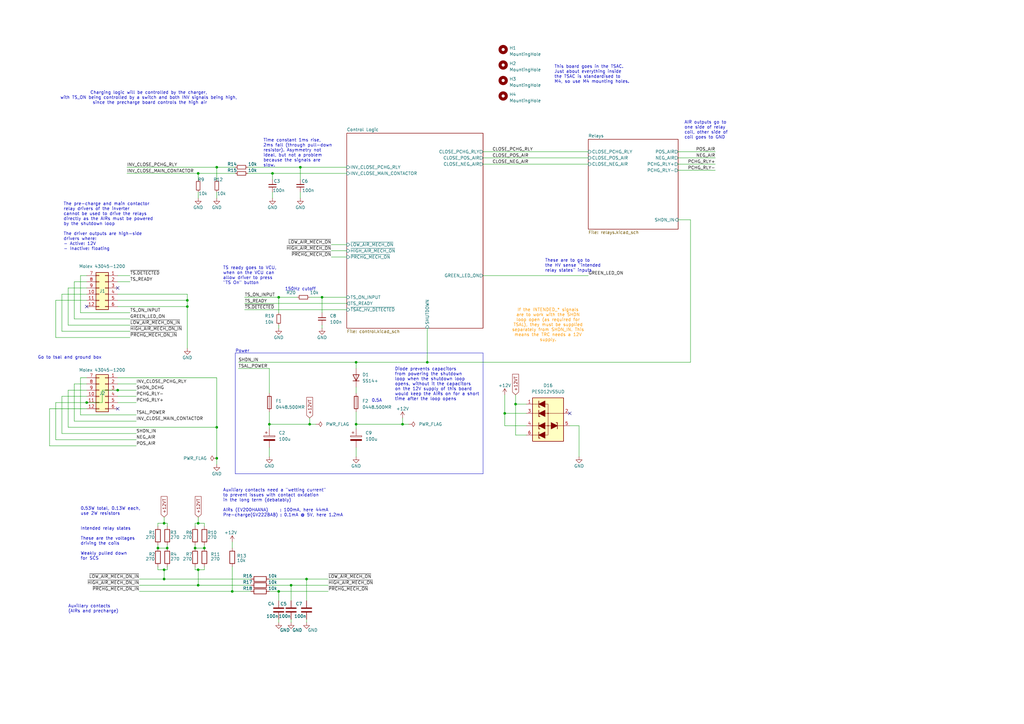
<source format=kicad_sch>
(kicad_sch (version 20231120) (generator "eeschema") (generator_version "8.0")
  (paper "A3")
  (title_block (title "TSAC Relay Controller") (date "2024-01-10") (rev "2.1.0") (company "SUFST - Southampton University Formula Student Team") (comment 1 "STAG X") (comment 2 "Tim Brewis, Joe Pater"))
  (lib_symbols
    (symbol "Connector_Generic:Conn_02x06_Top_Bottom" (pin_names (offset 1.016) hide)
      (property "Reference" "J" (at 1.27 7.62 0))
      (property "Value" "Conn_02x06_Top_Bottom" (at 1.27 -10.16 0))
      (symbol "Conn_02x06_Top_Bottom_1_1"
        (rectangle (start -1.27 -7.493) (end 0 -7.747) (stroke (width 0.1524)))
        (rectangle (start -1.27 -4.953) (end 0 -5.207) (stroke (width 0.1524)))
        (rectangle (start -1.27 -2.413) (end 0 -2.667) (stroke (width 0.1524)))
        (rectangle (start -1.27 0.127) (end 0 -0.127) (stroke (width 0.1524)))
        (rectangle (start -1.27 2.667) (end 0 2.413) (stroke (width 0.1524)))
        (rectangle (start -1.27 5.207) (end 0 4.953) (stroke (width 0.1524)))
        (rectangle (start -1.27 6.35) (end 3.81 -8.89) (stroke (width 0.254)) (fill (type background)))
        (rectangle (start 3.81 -7.493) (end 2.54 -7.747) (stroke (width 0.1524)))
        (rectangle (start 3.81 -4.953) (end 2.54 -5.207) (stroke (width 0.1524)))
        (rectangle (start 3.81 -2.413) (end 2.54 -2.667) (stroke (width 0.1524)))
        (rectangle (start 3.81 0.127) (end 2.54 -0.127) (stroke (width 0.1524)))
        (rectangle (start 3.81 2.667) (end 2.54 2.413) (stroke (width 0.1524)))
        (rectangle (start 3.81 5.207) (end 2.54 4.953) (stroke (width 0.1524)))
        (pin passive line (at -5.08 5.08 0) (length 3.81) (name "Pin_1") (number "1"))
        (pin passive line (at 7.62 -2.54 180) (length 3.81) (name "Pin_10") (number "10"))
        (pin passive line (at 7.62 -5.08 180) (length 3.81) (name "Pin_11") (number "11"))
        (pin passive line (at 7.62 -7.62 180) (length 3.81) (name "Pin_12") (number "12"))
        (pin passive line (at -5.08 2.54 0) (length 3.81) (name "Pin_2") (number "2"))
        (pin passive line (at -5.08 0 0) (length 3.81) (name "Pin_3") (number "3"))
        (pin passive line (at -5.08 -2.54 0) (length 3.81) (name "Pin_4") (number "4"))
        (pin passive line (at -5.08 -5.08 0) (length 3.81) (name "Pin_5") (number "5"))
        (pin passive line (at -5.08 -7.62 0) (length 3.81) (name "Pin_6") (number "6"))
        (pin passive line (at 7.62 5.08 180) (length 3.81) (name "Pin_7") (number "7"))
        (pin passive line (at 7.62 2.54 180) (length 3.81) (name "Pin_8") (number "8"))
        (pin passive line (at 7.62 0 180) (length 3.81) (name "Pin_9") (number "9"))
      )
    )
    (symbol "Device:C" (pin_numbers hide) (pin_names (offset 0.254))
      (property "Reference" "C" (at 0.635 2.54 0))
      (property "Value" "C" (at 0.635 -2.54 0))
      (symbol "C_0_1"
        (polyline (pts (xy -2.032 -0.762) (xy 2.032 -0.762)) (stroke (width 0.508)))
        (polyline (pts (xy -2.032 0.762) (xy 2.032 0.762)) (stroke (width 0.508)))
      )
      (symbol "C_1_1"
        (pin passive line (at 0 3.81 270) (length 2.794) (name "~") (number "1"))
        (pin passive line (at 0 -3.81 90) (length 2.794) (name "~") (number "2"))
      )
    )
    (symbol "Device:C_Polarized" (pin_numbers hide) (pin_names (offset 0.254))
      (property "Reference" "C" (at 0.635 2.54 0))
      (property "Value" "C_Polarized" (at 0.635 -2.54 0))
      (symbol "C_Polarized_0_1"
        (rectangle (start -2.286 0.508) (end 2.286 1.016))
        (polyline (pts (xy -1.778 2.286) (xy -0.762 2.286)))
        (polyline (pts (xy -1.27 2.794) (xy -1.27 1.778)))
        (rectangle (start 2.286 -0.508) (end -2.286 -1.016) (fill (type outline)))
      )
      (symbol "C_Polarized_1_1"
        (pin passive line (at 0 3.81 270) (length 2.794) (name "~") (number "1"))
        (pin passive line (at 0 -3.81 90) (length 2.794) (name "~") (number "2"))
      )
    )
    (symbol "Device:C_Small" (pin_numbers hide) (pin_names (offset 0.254) hide)
      (property "Reference" "C" (at 0.254 1.778 0))
      (property "Value" "C_Small" (at 0.254 -2.032 0))
      (symbol "C_Small_0_1"
        (polyline (pts (xy -1.524 -0.508) (xy 1.524 -0.508)) (stroke (width 0.3302)))
        (polyline (pts (xy -1.524 0.508) (xy 1.524 0.508)) (stroke (width 0.3048)))
      )
      (symbol "C_Small_1_1"
        (pin passive line (at 0 2.54 270) (length 2.032) (name "~") (number "1"))
        (pin passive line (at 0 -2.54 90) (length 2.032) (name "~") (number "2"))
      )
    )
    (symbol "Device:D" (pin_numbers hide) (pin_names (offset 1.016) hide)
      (property "Reference" "D" (at 0 2.54 0))
      (property "Value" "D" (at 0 -2.54 0))
      (symbol "D_0_1"
        (polyline (pts (xy -1.27 1.27) (xy -1.27 -1.27)) (stroke (width 0.254)))
        (polyline (pts (xy 1.27 0) (xy -1.27 0)))
        (polyline (pts (xy 1.27 1.27) (xy 1.27 -1.27) (xy -1.27 0) (xy 1.27 1.27)) (stroke (width 0.254)))
      )
      (symbol "D_1_1"
        (pin passive line (at -3.81 0 0) (length 2.54) (name "K") (number "1"))
        (pin passive line (at 3.81 0 180) (length 2.54) (name "A") (number "2"))
      )
    )
    (symbol "Device:Fuse" (pin_numbers hide) (pin_names (offset 0))
      (property "Reference" "F" (at 2.032 0 90))
      (property "Value" "Fuse" (at -1.905 0 90))
      (symbol "Fuse_0_1"
        (rectangle (start -0.762 -2.54) (end 0.762 2.54) (stroke (width 0.254)))
        (polyline (pts (xy 0 2.54) (xy 0 -2.54)))
      )
      (symbol "Fuse_1_1"
        (pin passive line (at 0 3.81 270) (length 1.27) (name "~") (number "1"))
        (pin passive line (at 0 -3.81 90) (length 1.27) (name "~") (number "2"))
      )
    )
    (symbol "Device:R" (pin_numbers hide) (pin_names (offset 0))
      (property "Reference" "R" (at 2.032 0 90))
      (property "Value" "R" (at 0 0 90))
      (symbol "R_0_1"
        (rectangle (start -1.016 -2.54) (end 1.016 2.54) (stroke (width 0.254)))
      )
      (symbol "R_1_1"
        (pin passive line (at 0 3.81 270) (length 1.27) (name "~") (number "1"))
        (pin passive line (at 0 -3.81 90) (length 1.27) (name "~") (number "2"))
      )
    )
    (symbol "Device:R_Small" (pin_numbers hide) (pin_names (offset 0.254) hide)
      (property "Reference" "R" (at 0.762 0.508 0))
      (property "Value" "R_Small" (at 0.762 -1.016 0))
      (symbol "R_Small_0_1"
        (rectangle (start -0.762 1.778) (end 0.762 -1.778) (stroke (width 0.2032)))
      )
      (symbol "R_Small_1_1"
        (pin passive line (at 0 2.54 270) (length 0.762) (name "~") (number "1"))
        (pin passive line (at 0 -2.54 90) (length 0.762) (name "~") (number "2"))
      )
    )
    (symbol "Mechanical:MountingHole" (pin_names (offset 1.016))
      (property "Reference" "H" (at 0 5.08 0))
      (property "Value" "MountingHole" (at 0 3.175 0))
      (symbol "MountingHole_0_1"
        (circle (center 0 0) (radius 1.27) (stroke (width 1.27)))
      )
    )
    (symbol "PCM_Diode_TVS_AKL:PESD12VS4UD" (pin_names (offset 1.016) hide)
      (property "Reference" "D16" (at -13.335 0 90))
      (property "Value" "PESD12VS5UD" (at -10.795 0 90))
      (symbol "PESD12VS4UD_0_1"
        (rectangle (start -8.89 6.35) (end 8.89 -6.35) (stroke (width 0.254)) (fill (type background)))
        (circle (center -2.54 0) (radius 0.1778) (fill (type outline)))
        (polyline (pts (xy -6.35 3.81) (xy -6.35 5.08)))
        (polyline (pts (xy -6.35 5.08) (xy -6.35 6.35)))
        (polyline (pts (xy -2.54 -6.35) (xy -2.54 0)))
        (polyline (pts (xy -2.54 0) (xy -2.54 1.27)))
        (polyline (pts (xy -2.54 3.81) (xy -2.54 5.08)))
        (polyline (pts (xy -2.54 5.08) (xy -2.54 6.35)))
        (polyline (pts (xy 2.54 -5.08) (xy 2.54 -6.35)))
        (polyline (pts (xy 2.54 -3.81) (xy 2.54 -5.08)))
        (polyline (pts (xy 2.54 -1.27) (xy 2.54 0)))
        (polyline (pts (xy 2.54 0) (xy 2.54 1.27)))
        (polyline (pts (xy 2.54 3.81) (xy 2.54 5.08)))
        (polyline (pts (xy 2.54 5.08) (xy 2.54 6.35)))
        (polyline (pts (xy 6.35 3.81) (xy 6.35 5.08)))
        (polyline (pts (xy 6.35 5.08) (xy 6.35 6.35)))
        (polyline (pts (xy 6.35 1.27) (xy 6.35 0) (xy -6.35 0) (xy -6.35 1.27)))
        (circle (center 2.54 0) (radius 0.1778) (fill (type outline)))
      )
      (symbol "PESD12VS4UD_1_1"
        (polyline (pts (xy -7.62 3.81) (xy -5.08 3.81)) (stroke (width 0.254)))
        (polyline (pts (xy -6.35 1.27) (xy -6.35 3.81)))
        (polyline (pts (xy -5.08 3.81) (xy -5.08 3.302)) (stroke (width 0.254)))
        (polyline (pts (xy -3.81 3.81) (xy -1.27 3.81)) (stroke (width 0.254)))
        (polyline (pts (xy -2.54 1.27) (xy -2.54 3.81)))
        (polyline (pts (xy -1.27 3.81) (xy -1.27 3.302)) (stroke (width 0.254)))
        (polyline (pts (xy 1.27 -3.81) (xy 1.27 -3.302)) (stroke (width 0.254)))
        (polyline (pts (xy 1.27 3.81) (xy 3.81 3.81)) (stroke (width 0.254)))
        (polyline (pts (xy 2.54 -1.27) (xy 2.54 -3.81)))
        (polyline (pts (xy 2.54 1.27) (xy 2.54 3.81)))
        (polyline (pts (xy 3.81 -3.81) (xy 1.27 -3.81)) (stroke (width 0.254)))
        (polyline (pts (xy 3.81 3.81) (xy 3.81 3.302)) (stroke (width 0.254)))
        (polyline (pts (xy 5.08 3.81) (xy 7.62 3.81)) (stroke (width 0.254)))
        (polyline (pts (xy 6.35 1.27) (xy 6.35 3.81)))
        (polyline (pts (xy 7.62 3.81) (xy 7.62 3.302)) (stroke (width 0.254)))
        (polyline (pts (xy -5.08 1.27) (xy -7.62 1.27) (xy -6.35 3.81) (xy -5.08 1.27)) (stroke (width 0.254)) (fill (type outline)))
        (polyline (pts (xy -1.27 1.27) (xy -3.81 1.27) (xy -2.54 3.81) (xy -1.27 1.27)) (stroke (width 0.254)) (fill (type outline)))
        (polyline (pts (xy 1.27 -1.27) (xy 3.81 -1.27) (xy 2.54 -3.81) (xy 1.27 -1.27)) (stroke (width 0.254)) (fill (type outline)))
        (polyline (pts (xy 3.81 1.27) (xy 1.27 1.27) (xy 2.54 3.81) (xy 3.81 1.27)) (stroke (width 0.254)) (fill (type outline)))
        (polyline (pts (xy 7.62 1.27) (xy 5.08 1.27) (xy 6.35 3.81) (xy 7.62 1.27)) (stroke (width 0.254)) (fill (type outline)))
        (pin passive line (at -6.35 8.89 270) (length 2.54) (name "L1") (number "1"))
        (pin passive line (at -2.54 -8.89 90) (length 2.54) (name "VN") (number "2"))
        (pin passive line (at -2.54 8.89 270) (length 2.54) (name "L2") (number "3"))
        (pin passive line (at 2.54 8.89 270) (length 2.54) (name "L3") (number "4"))
        (pin passive line (at 2.54 -8.89 90) (length 2.54) (name "VN") (number "5"))
        (pin passive line (at 6.35 8.89 270) (length 2.54) (name "L4") (number "6"))
      )
    )
    (symbol "power:+12V" (power) (pin_names (offset 0))
      (property "Value" "+12V" (at 0 3.556 0))
      (symbol "+12V_0_1"
        (polyline (pts (xy -0.762 1.27) (xy 0 2.54)))
        (polyline (pts (xy 0 0) (xy 0 2.54)))
        (polyline (pts (xy 0 2.54) (xy 0.762 1.27)))
      )
      (symbol "+12V_1_1"
        (pin power_in line (at 0 0 90) (length 0) hide (name "+12V") (number "1"))
      )
    )
    (symbol "power:GND" (power) (pin_names (offset 0))
      (property "Value" "GND" (at 0 -3.81 0))
      (symbol "GND_0_1"
        (polyline (pts (xy 0 0) (xy 0 -1.27) (xy 1.27 -1.27) (xy 0 -2.54) (xy -1.27 -1.27) (xy 0 -1.27)))
      )
      (symbol "GND_1_1"
        (pin power_in line (at 0 0 270) (length 0) hide (name "GND") (number "1"))
      )
    )
    (symbol "power:PWR_FLAG" (power) (pin_numbers hide) (pin_names (offset 0) hide)
      (property "Value" "PWR_FLAG" (at 0 3.81 0))
      (symbol "PWR_FLAG_0_0"
        (pin power_out line (at 0 0 90) (length 0) (name "pwr") (number "1"))
      )
      (symbol "PWR_FLAG_0_1"
        (polyline (pts (xy 0 0) (xy 0 1.27) (xy -1.016 1.905) (xy 0 2.54) (xy 1.016 1.905) (xy 0 1.27)))
      )
    )
  )
  (bus_alias "RELAY_STATES" (members "CLOSE_POS_AIR" "CLOSE_NEG_AIR" "CLOSE_PCHG_RLY" "CHG_EN"))
  (junction (at 48.26 160.02))
  (junction (at 175.26 148.59))
  (junction (at 64.77 224.79))
  (junction (at 88.9 175.26))
  (junction (at 127 173.99))
  (junction (at 114.3 242.57))
  (junction (at 80.01 224.79))
  (junction (at 76.835 125.73))
  (junction (at 111.76 71.12))
  (junction (at 76.835 123.19))
  (junction (at 207.01 169.545))
  (junction (at 119.38 240.03))
  (junction (at 35.56 165.1))
  (junction (at 125.73 237.49))
  (junction (at 81.28 71.12))
  (junction (at 67.31 214.63))
  (junction (at 211.455 165.735))
  (junction (at 114.3 121.92))
  (junction (at 123.19 68.58))
  (junction (at 68.58 224.79))
  (junction (at 88.9 68.58))
  (junction (at 81.28 240.03))
  (junction (at 165.1 173.99))
  (junction (at 95.25 242.57))
  (junction (at 81.28 214.63))
  (junction (at 88.9 187.96))
  (junction (at 110.49 173.99))
  (junction (at 67.31 233.68))
  (junction (at 132.08 121.92))
  (junction (at 83.82 224.79))
  (junction (at 81.28 233.68))
  (junction (at 146.05 173.99))
  (junction (at 67.31 237.49))
  (junction (at 146.05 148.59))
  (no_connect (at 233.68 169.545))
  (no_connect (at 48.26 167.64))
  (no_connect (at 48.26 118.11))
  (no_connect (at 35.56 125.73))
  (wire (pts (xy 67.31 233.68) (xy 67.31 237.49)))
  (wire (pts (xy 81.28 78.74) (xy 81.28 81.28)))
  (wire (pts (xy 237.49 174.625) (xy 237.49 187.325)))
  (wire (pts (xy 101.6 71.12) (xy 111.76 71.12)))
  (wire (pts (xy 22.86 165.1) (xy 22.86 180.34)))
  (wire (pts (xy 211.455 165.735) (xy 211.455 178.435)))
  (wire (pts (xy 100.33 127) (xy 142.24 127)))
  (wire (pts (xy 67.31 237.49) (xy 102.87 237.49)))
  (polyline (pts (xy 96.52 144.78) (xy 96.52 194.31)))
  (wire (pts (xy 119.38 254) (xy 119.38 255.27)))
  (wire (pts (xy 88.9 154.94) (xy 88.9 175.26)))
  (wire (pts (xy 80.01 232.41) (xy 80.01 233.68)))
  (wire (pts (xy 207.01 169.545) (xy 215.9 169.545)))
  (polyline (pts (xy 96.52 194.31) (xy 198.12 194.31)))
  (wire (pts (xy 57.15 237.49) (xy 67.31 237.49)))
  (wire (pts (xy 80.01 215.9) (xy 80.01 214.63)))
  (wire (pts (xy 76.835 120.65) (xy 76.835 123.19)))
  (wire (pts (xy 20.32 182.88) (xy 55.88 182.88)))
  (wire (pts (xy 81.28 73.66) (xy 81.28 71.12)))
  (wire (pts (xy 80.01 214.63) (xy 81.28 214.63)))
  (wire (pts (xy 175.26 134.62) (xy 175.26 148.59)))
  (wire (pts (xy 30.48 172.72) (xy 55.88 172.72)))
  (wire (pts (xy 48.26 165.1) (xy 55.88 165.1)))
  (wire (pts (xy 81.28 240.03) (xy 102.87 240.03)))
  (wire (pts (xy 81.28 233.68) (xy 83.82 233.68)))
  (wire (pts (xy 95.25 222.25) (xy 95.25 224.79)))
  (wire (pts (xy 97.79 151.13) (xy 110.49 151.13)))
  (wire (pts (xy 88.9 187.96) (xy 88.9 190.5)))
  (wire (pts (xy 68.58 224.79) (xy 68.58 223.52)))
  (wire (pts (xy 110.49 242.57) (xy 114.3 242.57)))
  (wire (pts (xy 114.3 254) (xy 114.3 255.27)))
  (wire (pts (xy 35.56 120.65) (xy 25.4 120.65)))
  (wire (pts (xy 25.4 135.89) (xy 53.34 135.89)))
  (wire (pts (xy 64.77 214.63) (xy 67.31 214.63)))
  (wire (pts (xy 127 173.99) (xy 129.54 173.99)))
  (wire (pts (xy 135.89 100.33) (xy 142.24 100.33)))
  (wire (pts (xy 125.73 237.49) (xy 134.62 237.49)))
  (wire (pts (xy 88.9 68.58) (xy 96.52 68.58)))
  (wire (pts (xy 100.33 124.46) (xy 142.24 124.46)))
  (wire (pts (xy 83.82 233.68) (xy 83.82 232.41)))
  (wire (pts (xy 83.82 215.9) (xy 83.82 214.63)))
  (wire (pts (xy 135.89 102.87) (xy 142.24 102.87)))
  (wire (pts (xy 80.01 233.68) (xy 81.28 233.68)))
  (wire (pts (xy 41.91 160.02) (xy 48.26 160.02)))
  (wire (pts (xy 88.9 78.74) (xy 88.9 81.28)))
  (wire (pts (xy 68.58 233.68) (xy 68.58 232.41)))
  (wire (pts (xy 146.05 148.59) (xy 146.05 151.13)))
  (wire (pts (xy 33.02 113.03) (xy 33.02 128.27)))
  (wire (pts (xy 110.49 173.99) (xy 110.49 175.895)))
  (wire (pts (xy 67.31 233.68) (xy 68.58 233.68)))
  (wire (pts (xy 35.56 154.94) (xy 33.02 154.94)))
  (wire (pts (xy 35.56 165.1) (xy 41.91 165.1)))
  (wire (pts (xy 48.26 160.02) (xy 55.88 160.02)))
  (wire (pts (xy 127 121.92) (xy 132.08 121.92)))
  (wire (pts (xy 22.86 180.34) (xy 55.88 180.34)))
  (wire (pts (xy 48.26 125.73) (xy 76.835 125.73)))
  (wire (pts (xy 233.68 174.625) (xy 237.49 174.625)))
  (wire (pts (xy 81.28 214.63) (xy 83.82 214.63)))
  (wire (pts (xy 127 171.45) (xy 127 173.99)))
  (wire (pts (xy 119.38 240.03) (xy 110.49 240.03)))
  (wire (pts (xy 48.26 154.94) (xy 88.9 154.94)))
  (wire (pts (xy 132.08 121.92) (xy 142.24 121.92)))
  (wire (pts (xy 146.05 173.99) (xy 146.05 175.895)))
  (wire (pts (xy 278.13 69.85) (xy 293.37 69.85)))
  (wire (pts (xy 30.48 157.48) (xy 30.48 172.72)))
  (wire (pts (xy 146.05 158.75) (xy 146.05 161.29)))
  (wire (pts (xy 278.13 64.77) (xy 293.37 64.77)))
  (wire (pts (xy 52.07 68.58) (xy 88.9 68.58)))
  (wire (pts (xy 132.08 121.92) (xy 132.08 128.27)))
  (wire (pts (xy 27.94 133.35) (xy 53.34 133.35)))
  (wire (pts (xy 25.4 120.65) (xy 25.4 135.89)))
  (wire (pts (xy 175.26 148.59) (xy 283.21 148.59)))
  (wire (pts (xy 211.455 165.735) (xy 215.9 165.735)))
  (wire (pts (xy 48.26 123.19) (xy 76.835 123.19)))
  (wire (pts (xy 111.76 71.12) (xy 111.76 73.66)))
  (wire (pts (xy 114.3 133.35) (xy 114.3 134.62)))
  (wire (pts (xy 110.49 237.49) (xy 125.73 237.49)))
  (wire (pts (xy 119.38 240.03) (xy 119.38 246.38)))
  (wire (pts (xy 35.56 165.1) (xy 22.86 165.1)))
  (wire (pts (xy 110.49 151.13) (xy 110.49 161.29)))
  (wire (pts (xy 80.01 224.79) (xy 80.01 223.52)))
  (wire (pts (xy 27.94 118.11) (xy 27.94 133.35)))
  (wire (pts (xy 125.73 237.49) (xy 125.73 246.38)))
  (wire (pts (xy 123.19 78.74) (xy 123.19 81.28)))
  (wire (pts (xy 27.94 175.26) (xy 88.9 175.26)))
  (wire (pts (xy 125.73 254) (xy 125.73 255.27)))
  (wire (pts (xy 35.56 113.03) (xy 33.02 113.03)))
  (wire (pts (xy 114.3 242.57) (xy 134.62 242.57)))
  (wire (pts (xy 110.49 183.515) (xy 110.49 187.325)))
  (wire (pts (xy 64.77 232.41) (xy 64.77 233.68)))
  (wire (pts (xy 81.28 233.68) (xy 81.28 240.03)))
  (wire (pts (xy 198.12 113.03) (xy 241.3 113.03)))
  (wire (pts (xy 119.38 240.03) (xy 134.62 240.03)))
  (wire (pts (xy 88.9 175.26) (xy 88.9 187.96)))
  (wire (pts (xy 81.28 212.09) (xy 81.28 214.63)))
  (wire (pts (xy 57.15 240.03) (xy 81.28 240.03)))
  (wire (pts (xy 146.05 183.515) (xy 146.05 187.325)))
  (wire (pts (xy 76.835 123.19) (xy 76.835 125.73)))
  (wire (pts (xy 76.835 125.73) (xy 76.835 142.875)))
  (wire (pts (xy 27.94 160.02) (xy 27.94 175.26)))
  (wire (pts (xy 110.49 173.99) (xy 127 173.99)))
  (polyline (pts (xy 198.12 194.31) (xy 198.12 144.78)))
  (wire (pts (xy 48.26 115.57) (xy 53.34 115.57)))
  (wire (pts (xy 207.01 174.625) (xy 215.9 174.625)))
  (wire (pts (xy 100.33 121.92) (xy 114.3 121.92)))
  (wire (pts (xy 110.49 168.91) (xy 110.49 173.99)))
  (wire (pts (xy 48.26 162.56) (xy 55.88 162.56)))
  (wire (pts (xy 101.6 68.58) (xy 123.19 68.58)))
  (wire (pts (xy 22.86 138.43) (xy 53.34 138.43)))
  (wire (pts (xy 80.01 224.79) (xy 83.82 224.79)))
  (wire (pts (xy 35.56 167.64) (xy 20.32 167.64)))
  (wire (pts (xy 35.56 160.02) (xy 27.94 160.02)))
  (wire (pts (xy 20.32 167.64) (xy 20.32 182.88)))
  (wire (pts (xy 35.56 123.19) (xy 22.86 123.19)))
  (wire (pts (xy 283.21 148.59) (xy 283.21 90.17)))
  (wire (pts (xy 111.76 71.12) (xy 142.24 71.12)))
  (wire (pts (xy 88.9 73.66) (xy 88.9 68.58)))
  (wire (pts (xy 207.01 169.545) (xy 207.01 174.625)))
  (wire (pts (xy 198.12 64.77) (xy 241.3 64.77)))
  (wire (pts (xy 48.26 113.03) (xy 53.34 113.03)))
  (wire (pts (xy 25.4 177.8) (xy 55.88 177.8)))
  (wire (pts (xy 198.12 62.23) (xy 241.3 62.23)))
  (wire (pts (xy 22.86 123.19) (xy 22.86 138.43)))
  (wire (pts (xy 207.01 161.925) (xy 207.01 169.545)))
  (wire (pts (xy 64.77 224.79) (xy 68.58 224.79)))
  (wire (pts (xy 198.12 67.31) (xy 241.3 67.31)))
  (wire (pts (xy 95.25 242.57) (xy 102.87 242.57)))
  (wire (pts (xy 146.05 148.59) (xy 175.26 148.59)))
  (wire (pts (xy 123.19 68.58) (xy 123.19 73.66)))
  (wire (pts (xy 95.25 232.41) (xy 95.25 242.57)))
  (wire (pts (xy 165.1 171.45) (xy 165.1 173.99)))
  (wire (pts (xy 83.82 224.79) (xy 83.82 223.52)))
  (wire (pts (xy 111.76 78.74) (xy 111.76 81.28)))
  (wire (pts (xy 35.56 118.11) (xy 27.94 118.11)))
  (wire (pts (xy 64.77 233.68) (xy 67.31 233.68)))
  (wire (pts (xy 33.02 154.94) (xy 33.02 170.18)))
  (wire (pts (xy 57.15 242.57) (xy 95.25 242.57)))
  (wire (pts (xy 30.48 130.81) (xy 53.34 130.81)))
  (wire (pts (xy 33.02 128.27) (xy 53.34 128.27)))
  (wire (pts (xy 41.91 165.1) (xy 41.91 160.02)))
  (wire (pts (xy 64.77 215.9) (xy 64.77 214.63)))
  (wire (pts (xy 52.07 71.12) (xy 81.28 71.12)))
  (wire (pts (xy 35.56 162.56) (xy 25.4 162.56)))
  (wire (pts (xy 114.3 121.92) (xy 121.92 121.92)))
  (wire (pts (xy 33.02 170.18) (xy 55.88 170.18)))
  (wire (pts (xy 97.79 148.59) (xy 146.05 148.59)))
  (wire (pts (xy 114.3 121.92) (xy 114.3 128.27)))
  (wire (pts (xy 25.4 162.56) (xy 25.4 177.8)))
  (wire (pts (xy 278.13 67.31) (xy 293.37 67.31)))
  (wire (pts (xy 165.1 173.99) (xy 167.64 173.99)))
  (wire (pts (xy 64.77 224.79) (xy 64.77 223.52)))
  (wire (pts (xy 211.455 161.925) (xy 211.455 165.735)))
  (polyline (pts (xy 96.52 144.78) (xy 198.12 144.78)))
  (wire (pts (xy 67.31 214.63) (xy 68.58 214.63)))
  (wire (pts (xy 68.58 215.9) (xy 68.58 214.63)))
  (wire (pts (xy 132.08 133.35) (xy 132.08 134.62)))
  (wire (pts (xy 146.05 168.91) (xy 146.05 173.99)))
  (wire (pts (xy 35.56 115.57) (xy 30.48 115.57)))
  (wire (pts (xy 283.21 90.17) (xy 278.13 90.17)))
  (wire (pts (xy 48.26 157.48) (xy 55.88 157.48)))
  (wire (pts (xy 278.13 62.23) (xy 293.37 62.23)))
  (wire (pts (xy 48.26 120.65) (xy 76.835 120.65)))
  (wire (pts (xy 35.56 157.48) (xy 30.48 157.48)))
  (wire (pts (xy 114.3 242.57) (xy 114.3 246.38)))
  (wire (pts (xy 146.05 173.99) (xy 165.1 173.99)))
  (wire (pts (xy 211.455 178.435) (xy 215.9 178.435)))
  (wire (pts (xy 67.31 212.09) (xy 67.31 214.63)))
  (wire (pts (xy 135.89 105.41) (xy 142.24 105.41)))
  (wire (pts (xy 123.19 68.58) (xy 142.24 68.58)))
  (wire (pts (xy 81.28 71.12) (xy 96.52 71.12)))
  (wire (pts (xy 30.48 115.57) (xy 30.48 130.81)))
  (text "TS ready goes to VCU,\nwhen on the VCU can\nallow driver to press\n\"TS On\" button" (at 91.44 116.84 0) (effects (font (size 1.27 1.27)) (justify left bottom)))
  (text "These are to go to\nthe HV sense \"intended\nrelay states\" inputs" (at 223.52 111.76 0) (effects (font (size 1.27 1.27)) (justify left bottom)))
  (text "Diode prevents capacitors\nfrom powering the shutdown \nloop when the shutdown loop\nopens, without it the capacitors\non the 12V supply of this board \nwould keep the AIRs on for a short\ntime after the loop opens" (at 161.925 164.465 0) (effects (font (size 1.27 1.27)) (justify left bottom)))
  (text "AIR outputs go to\none side of relay\ncoil, other side of\ncoil goes to GND\n" (at 280.67 57.15 0) (effects (font (size 1.27 1.27)) (justify left bottom)))
  (text "Charging logic will be controlled by the charger, \nwith TS_ON being controlled by a switch and both INV signals being high, \nsince the precharge board controls the high air" (at 61.468 40.132 0) (effects (font (size 1.27 1.27))))
  (text "Intended relay states\n\nThese are the voltages \ndriving the coils\n\nWeakly pulled down\nfor SCS" (at 33.02 229.87 0) (effects (font (size 1.27 1.27)) (justify left bottom)))
  (text "150Hz cutoff" (at 116.84 119.38 0) (effects (font (size 1.27 1.27)) (justify left bottom)))
  (text "Auxiliary contacts need a \"wetting current\" \nto prevent issues with contact oxidation\nin the long term (debatably)\n\nAIRs (EV200HAANA)     : 100mA, here 44mA\nPre-charge(GV222BAB) : 0.1mA @ 5V, here 1.2mA" (at 91.44 212.09 0) (effects (font (size 1.27 1.27)) (justify left bottom)))
  (text "This board goes in the TSAC.\nJust about everything inside\nthe TSAC is standardised to\nM4, so use M4 mounting holes." (at 227.33 34.29 0) (effects (font (size 1.27 1.27)) (justify left bottom)))
  (text "0.5A" (at 152.4 165.1 0) (effects (font (size 1.27 1.27)) (justify left bottom)))
  (text "Auxillary contacts\n(AIRs and precharge)" (at 27.94 251.46 0) (effects (font (size 1.27 1.27)) (justify left bottom)))
  (text "The pre-charge and main contactor \nrelay drivers of the inverter\ncannot be used to drive the relays\ndirectly as the AIRs must be powered \nby the shutdown loop\n\nThe driver outputs are high-side \ndrivers where:\n- Active: 12V\n- Inactive: floating" (at 26.035 102.87 0) (effects (font (size 1.27 1.27)) (justify left bottom)))
  (text "Time constant 1ms rise,\n2ms fall (through pull-down\nresistor). Asymmetry not\nideal, but not a problem\nbecause the signals are\nslow." (at 107.95 68.58 0) (effects (font (size 1.27 1.27)) (justify left bottom)))
  (text "If the INTENDED_* signals\nare to work with the SHDN\nloop open (as required for\nTSAL), they must be supplied\nseparately from SHDN_IN. This\nmeans the TRC needs a 12V\nsupply." (at 224.79 133.35 0) (effects (font (size 1.27 1.27))))
  (text "0.53W total, 0.13W each,\nuse 2W resistors" (at 33.02 211.455 0) (effects (font (size 1.27 1.27)) (justify left bottom)))
  (text "Go to tsal and ground box" (at 28.575 146.685 0) (effects (font (size 1.27 1.27))))
  (text "Power" (at 96.52 144.78 0) (effects (font (size 1.27 1.27)) (justify left bottom)))
  (label "TS_ON_INPUT" (at 100.33 121.92 0))
  (label "TS_ON_INPUT" (at 53.34 128.27 0))
  (label "~{TS.DETECTED}" (at 53.34 113.03 0))
  (label "TSAL_POWER" (at 55.88 170.18 0))
  (label "POS_AIR" (at 293.37 62.23 180))
  (label "TS_READY" (at 100.33 124.46 0))
  (label "PCHG_RLY-" (at 55.88 162.56 0))
  (label "SHDN_IN" (at 97.79 148.59 0))
  (label "POS_AIR" (at 55.88 182.88 0))
  (label "GREEN_LED_ON" (at 53.34 130.81 0))
  (label "CLOSE_PCHG_RLY" (at 201.93 62.23 0))
  (label "INV_CLOSE_MAIN_CONTACTOR" (at 55.88 172.72 0))
  (label "INV_CLOSE_MAIN_CONTACTOR" (at 52.07 71.12 0))
  (label "~{HIGH_AIR_MECH_ON}" (at 135.89 102.87 180))
  (label "~{PRCHG_MECH_ON_IN}" (at 53.34 138.43 0))
  (label "~{HIGH_AIR_MECH_ON_IN}" (at 57.15 240.03 180))
  (label "INV_CLOSE_PCHG_RLY" (at 55.88 157.48 0))
  (label "NEG_AIR" (at 293.37 64.77 180))
  (label "CLOSE_NEG_AIR" (at 201.93 67.31 0))
  (label "TSAL_POWER" (at 97.79 151.13 0))
  (label "PCHG_RLY-" (at 293.37 69.85 180))
  (label "~{LOW_AIR_MECH_ON_IN}" (at 57.15 237.49 180))
  (label "GREEN_LED_ON" (at 241.3 113.03 0))
  (label "SHDN_DCHG" (at 55.88 160.02 0))
  (label "~{LOW_AIR_MECH_ON}" (at 134.62 237.49 0))
  (label "CLOSE_POS_AIR" (at 201.93 64.77 0))
  (label "NEG_AIR" (at 55.88 180.34 0))
  (label "PCHG_RLY+" (at 293.37 67.31 180))
  (label "~{PRCHG_MECH_ON}" (at 135.89 105.41 180))
  (label "~{PRCHG_MECH_ON}" (at 134.62 242.57 0))
  (label "INV_CLOSE_PCHG_RLY" (at 52.07 68.58 0))
  (label "~{LOW_AIR_MECH_ON_IN}" (at 53.34 133.35 0))
  (label "~{PRCHG_MECH_ON_IN}" (at 57.15 242.57 180))
  (label "~{HIGH_AIR_MECH_ON}" (at 134.62 240.03 0))
  (label "~{LOW_AIR_MECH_ON}" (at 135.89 100.33 180))
  (label "~{TS.DETECTED}" (at 100.33 127 0))
  (label "TS_READY" (at 53.34 115.57 0))
  (label "PCHG_RLY+" (at 55.88 165.1 0))
  (label "~{HIGH_AIR_MECH_ON_IN}" (at 53.34 135.89 0))
  (label "SHDN_IN" (at 55.88 177.8 0))
  (global_label "+12VT" (shape input) (at 127 171.45 90) (property "Intersheetrefs" "${INTERSHEET_REFS}" (effects (hide yes))))
  (global_label "+12VT" (shape input) (at 67.31 212.09 90) (property "Intersheetrefs" "${INTERSHEET_REFS}" (effects (hide yes))))
  (global_label "+12VT" (shape input) (at 211.455 161.925 90) (property "Intersheetrefs" "${INTERSHEET_REFS}" (effects (hide yes))))
  (global_label "+12VT" (shape input) (at 81.28 212.09 90) (property "Intersheetrefs" "${INTERSHEET_REFS}" (effects (hide yes))))
  (symbol (lib_id "power:+12V") (at 165.1 171.45 0) (unit 1)
    (property "Reference" "#PWR019" (effects (hide yes)))
    (property "Value" "+12V" (at 165.1 167.64 0))
  )
  (symbol (lib_id "Device:C_Small") (at 111.76 76.2 0) (mirror x) (unit 1)
    (property "Reference" "C3" (at 114.935 74.295 0) (effects (justify right)))
    (property "Value" "100n" (at 116.84 78.105 0) (effects (justify right)))
    (property "Footprint" "Capacitor_SMD:C_0805_2012Metric_Pad1.18x1.45mm_HandSolder" (effects (hide yes)))
  )
  (symbol (lib_id "power:GND") (at 81.28 81.28 0) (unit 1)
    (property "Reference" "#PWR05" (effects (hide yes)))
    (property "Value" "GND" (at 81.28 85.09 0))
  )
  (symbol (lib_id "Mechanical:MountingHole") (at 206.375 33.02 0) (unit 1) (in_bom no)
    (property "Reference" "H3" (at 208.915 32.385 0) (effects (justify left)))
    (property "Value" "MountingHole" (at 208.915 34.925 0) (effects (justify left)))
    (property "Footprint" "MountingHole:MountingHole_4.3mm_M4" (effects (hide yes)))
  )
  (symbol (lib_id "Device:R") (at 106.68 242.57 270) (unit 1)
    (property "Reference" "R18" (at 103.505 241.3 90) (effects (justify right)))
    (property "Value" "10k" (at 113.665 241.3 90) (effects (justify right)))
    (property "Footprint" "Resistor_SMD:R_0805_2012Metric_Pad1.20x1.40mm_HandSolder" (effects (hide yes)))
  )
  (symbol (lib_id "Connector_Generic:Conn_02x06_Top_Bottom") (at 43.18 118.11 0) (mirror y) (unit 1)
    (property "Reference" "J1" (at 43.18 119.38 0) (effects (justify left)))
    (property "Value" "Molex 43045-1200" (at 41.91 109.22 0))
    (property "Footprint" "Connector_Molex:Molex_Micro-Fit_3.0_43045-1200_2x06_P3.00mm_Horizontal" (effects (hide yes)))
    (property "Description" "Generic connector, double row, 02x06, top/bottom pin numbering scheme (row 1: 1...pins_per_row, row2: pins_per_row+1 ... num_pins), script generated (kicad-library-utils/schlib/autogen/connector/)" (effects (hide yes)))
  )
  (symbol (lib_id "Device:R_Small") (at 99.06 71.12 90) (mirror x) (unit 1)
    (property "Reference" "R15" (at 97.155 69.85 90) (effects (justify left)))
    (property "Value" "10k" (at 105.41 69.85 90) (effects (justify left)))
    (property "Footprint" "Resistor_SMD:R_0805_2012Metric_Pad1.20x1.40mm_HandSolder" (effects (hide yes)))
  )
  (symbol (lib_id "Device:R_Small") (at 88.9 76.2 0) (mirror y) (unit 1)
    (property "Reference" "R12" (at 91.44 73.66 0) (effects (justify left)))
    (property "Value" "10k" (at 92.71 79.375 0) (effects (justify left)))
    (property "Footprint" "Resistor_SMD:R_0805_2012Metric_Pad1.20x1.40mm_HandSolder" (effects (hide yes)))
  )
  (symbol (lib_id "power:PWR_FLAG") (at 88.9 187.96 90) (unit 1)
    (property "Reference" "#FLG01" (effects (hide yes)))
    (property "Value" "PWR_FLAG" (at 80.01 187.96 90))
  )
  (symbol (lib_id "power:PWR_FLAG") (at 129.54 173.99 270) (unit 1)
    (property "Reference" "#FLG02" (effects (hide yes)))
    (property "Value" "PWR_FLAG" (at 138.43 173.99 90))
  )
  (symbol (lib_id "Device:R_Small") (at 81.28 76.2 0) (mirror y) (unit 1)
    (property "Reference" "R9" (at 83.82 73.66 0) (effects (justify left)))
    (property "Value" "10k" (at 85.09 79.375 0) (effects (justify left)))
    (property "Footprint" "Resistor_SMD:R_0805_2012Metric_Pad1.20x1.40mm_HandSolder" (effects (hide yes)))
  )
  (symbol (lib_id "power:GND") (at 114.3 255.27 0) (unit 1)
    (property "Reference" "#PWR012" (effects (hide yes)))
    (property "Value" "GND" (at 116.84 258.445 0))
  )
  (symbol (lib_id "power:GND") (at 114.3 134.62 0) (unit 1)
    (property "Reference" "#PWR013" (effects (hide yes)))
    (property "Value" "GND" (at 114.3 138.43 0))
  )
  (symbol (lib_id "Device:R") (at 68.58 219.71 0) (unit 1)
    (property "Reference" "R3" (at 71.12 218.44 0))
    (property "Value" "270" (at 71.755 220.345 0))
    (property "Footprint" "Resistor_SMD:R_2512_6332Metric" (effects (hide yes)))
  )
  (symbol (lib_id "Device:R") (at 95.25 228.6 0) (unit 1)
    (property "Reference" "R13" (at 97.155 227.965 0) (effects (justify left)))
    (property "Value" "10k" (at 97.155 229.87 0) (effects (justify left)))
    (property "Footprint" "Resistor_SMD:R_0805_2012Metric_Pad1.20x1.40mm_HandSolder" (effects (hide yes)))
  )
  (symbol (lib_id "Device:C") (at 125.73 250.19 0) (unit 1)
    (property "Reference" "C7" (at 121.285 247.65 0) (effects (justify left)))
    (property "Value" "100n" (at 120.65 252.73 0) (effects (justify left)))
    (property "Footprint" "Capacitor_SMD:C_0805_2012Metric_Pad1.18x1.45mm_HandSolder" (effects (hide yes)))
  )
  (symbol (lib_id "Device:C_Polarized") (at 110.49 179.705 0) (unit 1)
    (property "Reference" "C2" (at 114.3 177.5459 0) (effects (justify left)))
    (property "Value" "100u" (at 114.3 180.0859 0) (effects (justify left)))
    (property "Footprint" "Capacitor_THT:CP_Radial_D5.0mm_P2.00mm" (effects (hide yes)))
  )
  (symbol (lib_id "power:GND") (at 110.49 187.325 0) (unit 1)
    (property "Reference" "#PWR18" (effects (hide yes)))
    (property "Value" "GND" (at 110.49 191.135 0))
  )
  (symbol (lib_id "power:GND") (at 132.08 134.62 0) (unit 1)
    (property "Reference" "#PWR017" (effects (hide yes)))
    (property "Value" "GND" (at 132.08 138.43 0))
  )
  (symbol (lib_id "Device:R_Small") (at 99.06 68.58 90) (mirror x) (unit 1)
    (property "Reference" "R14" (at 97.155 67.31 90) (effects (justify left)))
    (property "Value" "10k" (at 105.41 67.31 90) (effects (justify left)))
    (property "Footprint" "Resistor_SMD:R_0805_2012Metric_Pad1.20x1.40mm_HandSolder" (effects (hide yes)))
  )
  (symbol (lib_id "Device:R") (at 64.77 219.71 0) (unit 1)
    (property "Reference" "R1" (at 60.96 218.44 0) (effects (justify left)))
    (property "Value" "270" (at 59.69 220.345 0) (effects (justify left)))
    (property "Footprint" "Resistor_SMD:R_2512_6332Metric" (effects (hide yes)))
  )
  (symbol (lib_id "Device:R") (at 80.01 228.6 0) (unit 1)
    (property "Reference" "R7" (at 76.2 227.33 0) (effects (justify left)))
    (property "Value" "270" (at 74.93 229.235 0) (effects (justify left)))
    (property "Footprint" "Resistor_SMD:R_2512_6332Metric" (effects (hide yes)))
  )
  (symbol (lib_id "power:GND") (at 146.05 187.325 0) (unit 1)
    (property "Reference" "#PWR010" (effects (hide yes)))
    (property "Value" "GND" (at 146.05 191.135 0))
  )
  (symbol (lib_id "power:GND") (at 119.38 255.27 0) (unit 1)
    (property "Reference" "#PWR014" (effects (hide yes)))
    (property "Value" "GND" (at 121.92 258.445 0))
  )
  (symbol (lib_id "power:GND") (at 111.76 81.28 0) (unit 1)
    (property "Reference" "#PWR011" (effects (hide yes)))
    (property "Value" "GND" (at 111.76 85.09 0))
  )
  (symbol (lib_id "PCM_Diode_TVS_AKL:PESD12VS4UD") (at 224.79 172.085 90) (mirror x) (unit 1)
    (property "Reference" "D16" (at 224.79 158.115 90))
    (property "Value" "PESD12VS5UD" (at 224.79 160.655 90))
    (property "Footprint" "PCM_Package_SO_AKL:TSOP-6_1.65x3.05mm_P0.95mm" (effects (hide yes)))
    (property "Datasheet" "https://assets.nexperia.com/documents/data-sheet/PESDXS5UD_SER.pdf" (effects (hide yes)))
    (property "Description" "TSOP-6 TVS Diode array, 5xUnidirectional, 12V, 200W, Alternate KiCAD Library" (effects (hide yes)))
  )
  (symbol (lib_id "Device:R_Small") (at 114.3 130.81 0) (unit 1)
    (property "Reference" "R19" (at 110.49 129.54 0))
    (property "Value" "10k" (at 110.49 132.08 0))
    (property "Footprint" "Resistor_SMD:R_0805_2012Metric_Pad1.20x1.40mm_HandSolder" (effects (hide yes)))
  )
  (symbol (lib_id "Device:C_Polarized") (at 146.05 179.705 0) (unit 1)
    (property "Reference" "C9" (at 149.86 177.5459 0) (effects (justify left)))
    (property "Value" "100u" (at 149.86 180.0859 0) (effects (justify left)))
    (property "Footprint" "Capacitor_THT:CP_Radial_D5.0mm_P2.00mm" (effects (hide yes)))
  )
  (symbol (lib_id "Device:R") (at 106.68 240.03 270) (unit 1)
    (property "Reference" "R17" (at 103.505 238.76 90) (effects (justify right)))
    (property "Value" "10k" (at 113.665 238.76 90) (effects (justify right)))
    (property "Footprint" "Resistor_SMD:R_0805_2012Metric_Pad1.20x1.40mm_HandSolder" (effects (hide yes)))
  )
  (symbol (lib_id "Mechanical:MountingHole") (at 206.375 20.32 0) (unit 1) (in_bom no)
    (property "Reference" "H1" (at 208.915 19.685 0) (effects (justify left)))
    (property "Value" "MountingHole" (at 208.915 22.225 0) (effects (justify left)))
    (property "Footprint" "MountingHole:MountingHole_4.3mm_M4" (effects (hide yes)))
  )
  (symbol (lib_id "power:GND") (at 88.9 81.28 0) (unit 1)
    (property "Reference" "#PWR07" (effects (hide yes)))
    (property "Value" "GND" (at 88.9 85.09 0))
  )
  (symbol (lib_id "Device:C") (at 114.3 250.19 0) (unit 1)
    (property "Reference" "C4" (at 109.855 247.65 0) (effects (justify left)))
    (property "Value" "100n" (at 109.22 252.73 0) (effects (justify left)))
    (property "Footprint" "Capacitor_SMD:C_0805_2012Metric_Pad1.18x1.45mm_HandSolder" (effects (hide yes)))
  )
  (symbol (lib_id "Device:R") (at 80.01 219.71 0) (unit 1)
    (property "Reference" "R6" (at 76.2 218.44 0) (effects (justify left)))
    (property "Value" "270" (at 74.93 220.345 0) (effects (justify left)))
    (property "Footprint" "Resistor_SMD:R_2512_6332Metric" (effects (hide yes)))
  )
  (symbol (lib_id "Device:C") (at 119.38 250.19 0) (unit 1)
    (property "Reference" "C5" (at 114.935 247.65 0) (effects (justify left)))
    (property "Value" "100n" (at 114.3 252.73 0) (effects (justify left)))
    (property "Footprint" "Capacitor_SMD:C_0805_2012Metric_Pad1.18x1.45mm_HandSolder" (effects (hide yes)))
  )
  (symbol (lib_id "Connector_Generic:Conn_02x06_Top_Bottom") (at 43.18 160.02 0) (mirror y) (unit 1)
    (property "Reference" "J2" (at 43.18 161.29 0) (effects (justify left)))
    (property "Value" "Molex 43045-1200" (at 41.91 151.765 0))
    (property "Footprint" "Connector_Molex:Molex_Micro-Fit_3.0_43045-1200_2x06_P3.00mm_Horizontal" (effects (hide yes)))
    (property "Description" "Generic connector, double row, 02x06, top/bottom pin numbering scheme (row 1: 1...pins_per_row, row2: pins_per_row+1 ... num_pins), script generated (kicad-library-utils/schlib/autogen/connector/)" (effects (hide yes)))
  )
  (symbol (lib_id "Device:R_Small") (at 124.46 121.92 270) (unit 1)
    (property "Reference" "R20" (at 119.38 120.015 90))
    (property "Value" "10k" (at 128.905 120.015 90))
    (property "Footprint" "Resistor_SMD:R_0805_2012Metric_Pad1.20x1.40mm_HandSolder" (effects (hide yes)))
  )
  (symbol (lib_id "Device:C_Small") (at 123.19 76.2 0) (mirror x) (unit 1)
    (property "Reference" "C6" (at 126.365 74.295 0) (effects (justify right)))
    (property "Value" "100n" (at 128.905 78.105 0) (effects (justify right)))
    (property "Footprint" "Capacitor_SMD:C_0805_2012Metric_Pad1.18x1.45mm_HandSolder" (effects (hide yes)))
  )
  (symbol (lib_id "Device:R") (at 68.58 228.6 0) (unit 1)
    (property "Reference" "R4" (at 69.85 227.33 0) (effects (justify left)))
    (property "Value" "270" (at 69.85 229.235 0) (effects (justify left)))
    (property "Footprint" "Resistor_SMD:R_2512_6332Metric" (effects (hide yes)))
  )
  (symbol (lib_id "power:GND") (at 76.835 142.875 0) (mirror y) (unit 1)
    (property "Reference" "#PWR01" (effects (hide yes)))
    (property "Value" "GND" (at 76.835 146.685 0))
  )
  (symbol (lib_id "power:GND") (at 125.73 255.27 0) (unit 1)
    (property "Reference" "#PWR016" (effects (hide yes)))
    (property "Value" "GND" (at 128.27 258.445 0))
  )
  (symbol (lib_id "Device:C_Small") (at 132.08 130.81 0) (unit 1)
    (property "Reference" "C8" (at 135.255 129.5463 0) (effects (justify left)))
    (property "Value" "100n" (at 135.255 132.0863 0) (effects (justify left)))
    (property "Footprint" "Capacitor_SMD:C_0805_2012Metric_Pad1.18x1.45mm_HandSolder" (effects (hide yes)))
  )
  (symbol (lib_id "Device:R") (at 83.82 228.6 0) (unit 1)
    (property "Reference" "R11" (at 86.36 227.33 0) (effects (justify left)))
    (property "Value" "270" (at 86.36 229.235 0) (effects (justify left)))
    (property "Footprint" "Resistor_SMD:R_2512_6332Metric" (effects (hide yes)))
  )
  (symbol (lib_id "power:GND") (at 123.19 81.28 0) (unit 1)
    (property "Reference" "#PWR015" (effects (hide yes)))
    (property "Value" "GND" (at 123.19 85.09 0))
  )
  (symbol (lib_id "Device:D") (at 146.05 154.94 270) (mirror x) (unit 1)
    (property "Reference" "D1" (at 148.59 153.67 90) (effects (justify left)))
    (property "Value" "SS14+" (at 148.59 156.21 90) (effects (justify left)))
    (property "Footprint" "Diode_SMD:D_SMA" (effects (hide yes)))
    (property "Sim.Device" "D" (effects (hide yes)))
    (property "Sim.Pins" "1=K 2=A" (effects (hide yes)))
    (property "Order Code" "241-SS14W_R1_00001" (effects (hide yes)))
    (property "Supplier" "Mouser" (effects (hide yes)))
  )
  (symbol (lib_id "Device:R") (at 106.68 237.49 270) (unit 1)
    (property "Reference" "R16" (at 103.505 236.22 90) (effects (justify right)))
    (property "Value" "10k" (at 113.665 236.22 90) (effects (justify right)))
    (property "Footprint" "Resistor_SMD:R_0805_2012Metric_Pad1.20x1.40mm_HandSolder" (effects (hide yes)))
  )
  (symbol (lib_id "Device:Fuse") (at 110.49 165.1 0) (mirror y) (unit 1)
    (property "Reference" "F1" (at 113.03 164.465 0) (effects (justify right)))
    (property "Value" "0448.500MR" (at 113.03 167.005 0) (effects (justify right)))
    (property "Footprint" "Fuse:Fuse_Littelfuse-NANO2-451_453" (effects (hide yes)))
    (property "Supplier" "Mouser" (effects (hide yes)))
    (property "Order Code" "576-0448.500MR" (effects (hide yes)))
  )
  (symbol (lib_id "Device:Fuse") (at 146.05 165.1 0) (mirror y) (unit 1)
    (property "Reference" "F2" (at 148.59 164.465 0) (effects (justify right)))
    (property "Value" "0448.500MR" (at 148.59 167.005 0) (effects (justify right)))
    (property "Footprint" "Fuse:Fuse_Littelfuse-NANO2-451_453" (effects (hide yes)))
    (property "Supplier" "Mouser" (effects (hide yes)))
    (property "Order Code" "576-0448.500MR" (effects (hide yes)))
  )
  (symbol (lib_id "Mechanical:MountingHole") (at 206.375 39.37 0) (unit 1) (in_bom no)
    (property "Reference" "H4" (at 208.915 38.735 0) (effects (justify left)))
    (property "Value" "MountingHole" (at 208.915 41.275 0) (effects (justify left)))
    (property "Footprint" "MountingHole:MountingHole_4.3mm_M4" (effects (hide yes)))
  )
  (symbol (lib_id "Device:R") (at 64.77 228.6 0) (unit 1)
    (property "Reference" "R2" (at 60.96 227.33 0) (effects (justify left)))
    (property "Value" "270" (at 59.69 229.235 0) (effects (justify left)))
    (property "Footprint" "Resistor_SMD:R_2512_6332Metric" (effects (hide yes)))
  )
  (symbol (lib_id "power:GND") (at 88.9 190.5 0) (mirror y) (unit 1)
    (property "Reference" "#PWR02" (effects (hide yes)))
    (property "Value" "GND" (at 88.9 194.31 0))
  )
  (symbol (lib_id "power:+12V") (at 207.01 161.925 0) (unit 1)
    (property "Reference" "#PWR45" (effects (hide yes)))
    (property "Value" "+12V" (at 207.01 158.115 0))
  )
  (symbol (lib_id "Device:R") (at 83.82 219.71 0) (unit 1)
    (property "Reference" "R10" (at 86.995 218.44 0))
    (property "Value" "270" (at 86.995 220.345 0))
    (property "Footprint" "Resistor_SMD:R_2512_6332Metric" (effects (hide yes)))
  )
  (symbol (lib_id "power:GND") (at 237.49 187.325 0) (unit 1)
    (property "Reference" "#PWR46" (effects (hide yes)))
    (property "Value" "GND" (at 237.49 191.135 0))
  )
  (symbol (lib_id "Mechanical:MountingHole") (at 206.375 26.67 0) (unit 1) (in_bom no)
    (property "Reference" "H2" (at 208.915 26.035 0) (effects (justify left)))
    (property "Value" "MountingHole" (at 208.915 28.575 0) (effects (justify left)))
    (property "Footprint" "MountingHole:MountingHole_4.3mm_M4" (effects (hide yes)))
  )
  (symbol (lib_id "power:PWR_FLAG") (at 167.64 173.99 270) (unit 1)
    (property "Reference" "#FLG03" (effects (hide yes)))
    (property "Value" "PWR_FLAG" (at 176.53 173.99 90))
  )
  (symbol (lib_id "power:+12V") (at 95.25 222.25 0) (unit 1)
    (property "Reference" "#PWR09" (effects (hide yes)))
    (property "Value" "+12V" (at 94.615 218.44 0))
  )
  (sheet (at 142.24 54.61) (size 55.88 80.01) (stroke (width 0.1524))
    (property "Sheetname" "Control Logic" (at 142.24 53.8984 0) (effects (justify left bottom)))
    (property "Sheetfile" "control.kicad_sch" (at 142.24 135.2046 0) (effects (justify left top)))
    (pin "TS_ON_INPUT" input (at 142.24 121.92 180))
    (pin "CLOSE_PCHG_RLY" output (at 198.12 62.23 0))
    (pin "CLOSE_POS_AIR" output (at 198.12 64.77 0))
    (pin "CLOSE_NEG_AIR" output (at 198.12 67.31 0))
    (pin "INV_CLOSE_PCHG_RLY" input (at 142.24 68.58 180))
    (pin "INV_CLOSE_MAIN_CONTACTOR" input (at 142.24 71.12 180))
    (pin "TS_READY" output (at 142.24 124.46 180))
    (pin "SHUTDOWN" input (at 175.26 134.62 270))
    (pin "~{HIGH_AIR_MECH_ON}" input (at 142.24 102.87 180))
    (pin "~{PRCHG_MECH_ON}" input (at 142.24 105.41 180))
    (pin "~{LOW_AIR_MECH_ON}" input (at 142.24 100.33 180))
    (pin "~{TSAC_HV_DETECTED}" input (at 142.24 127 180))
    (pin "GREEN_LED_ON" output (at 198.12 113.03 0))
  )
  (sheet (at 241.3 57.15) (size 36.83 36.83) (stroke (width 0.1524))
    (property "Sheetname" "Relays" (at 241.3 56.4384 0) (effects (justify left bottom)))
    (property "Sheetfile" "relays.kicad_sch" (at 241.3 94.5646 0) (effects (justify left top)))
    (pin "NEG_AIR" output (at 278.13 64.77 0))
    (pin "POS_AIR" output (at 278.13 62.23 0))
    (pin "SHDN_IN" input (at 278.13 90.17 0))
    (pin "CLOSE_PCHG_RLY" input (at 241.3 62.23 180))
    (pin "CLOSE_NEG_AIR" input (at 241.3 67.31 180))
    (pin "CLOSE_POS_AIR" input (at 241.3 64.77 180))
    (pin "PCHG_RLY-" output (at 278.13 69.85 0))
    (pin "PCHG_RLY+" output (at 278.13 67.31 0))
  )
)
</source>
